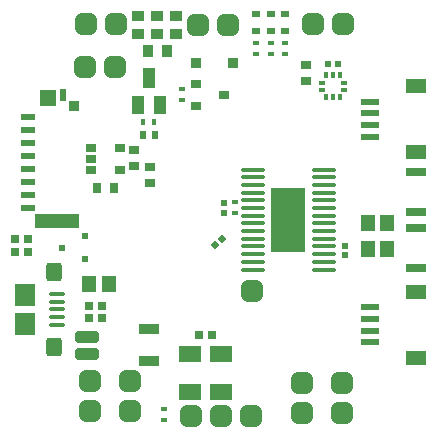
<source format=gtp>
G04 Layer_Color=7318015*
%FSLAX25Y25*%
%MOIN*%
G70*
G01*
G75*
G04:AMPARAMS|DCode=10|XSize=70.87mil|YSize=70.87mil|CornerRadius=17.72mil|HoleSize=0mil|Usage=FLASHONLY|Rotation=0.000|XOffset=0mil|YOffset=0mil|HoleType=Round|Shape=RoundedRectangle|*
%AMROUNDEDRECTD10*
21,1,0.07087,0.03543,0,0,0.0*
21,1,0.03543,0.07087,0,0,0.0*
1,1,0.03543,0.01772,-0.01772*
1,1,0.03543,-0.01772,-0.01772*
1,1,0.03543,-0.01772,0.01772*
1,1,0.03543,0.01772,0.01772*
%
%ADD10ROUNDEDRECTD10*%
%ADD11R,0.04921X0.02362*%
%ADD12R,0.14921X0.04724*%
%ADD13R,0.05512X0.05709*%
%ADD14R,0.02362X0.03937*%
%ADD15R,0.03347X0.03740*%
%ADD16R,0.06102X0.02362*%
%ADD17R,0.07087X0.04724*%
%ADD18R,0.04528X0.05315*%
%ADD19R,0.02165X0.01772*%
%ADD20R,0.02047X0.02047*%
%ADD21P,0.02895X4X180.0*%
G04:AMPARAMS|DCode=22|XSize=39.37mil|YSize=78.74mil|CornerRadius=9.84mil|HoleSize=0mil|Usage=FLASHONLY|Rotation=270.000|XOffset=0mil|YOffset=0mil|HoleType=Round|Shape=RoundedRectangle|*
%AMROUNDEDRECTD22*
21,1,0.03937,0.05906,0,0,270.0*
21,1,0.01969,0.07874,0,0,270.0*
1,1,0.01969,-0.02953,-0.00984*
1,1,0.01969,-0.02953,0.00984*
1,1,0.01969,0.02953,0.00984*
1,1,0.01969,0.02953,-0.00984*
%
%ADD22ROUNDEDRECTD22*%
%ADD23R,0.01969X0.01378*%
%ADD24R,0.01378X0.01969*%
%ADD25R,0.07087X0.07480*%
G04:AMPARAMS|DCode=26|XSize=62.99mil|YSize=55.12mil|CornerRadius=13.78mil|HoleSize=0mil|Usage=FLASHONLY|Rotation=270.000|XOffset=0mil|YOffset=0mil|HoleType=Round|Shape=RoundedRectangle|*
%AMROUNDEDRECTD26*
21,1,0.06299,0.02756,0,0,270.0*
21,1,0.03543,0.05512,0,0,270.0*
1,1,0.02756,-0.01378,-0.01772*
1,1,0.02756,-0.01378,0.01772*
1,1,0.02756,0.01378,0.01772*
1,1,0.02756,0.01378,-0.01772*
%
%ADD26ROUNDEDRECTD26*%
%ADD27O,0.05315X0.01575*%
G04:AMPARAMS|DCode=29|XSize=70.87mil|YSize=70.87mil|CornerRadius=17.72mil|HoleSize=0mil|Usage=FLASHONLY|Rotation=270.000|XOffset=0mil|YOffset=0mil|HoleType=Round|Shape=RoundedRectangle|*
%AMROUNDEDRECTD29*
21,1,0.07087,0.03543,0,0,270.0*
21,1,0.03543,0.07087,0,0,270.0*
1,1,0.03543,-0.01772,-0.01772*
1,1,0.03543,-0.01772,0.01772*
1,1,0.03543,0.01772,0.01772*
1,1,0.03543,0.01772,-0.01772*
%
%ADD29ROUNDEDRECTD29*%
%ADD30R,0.03543X0.02756*%
%ADD31R,0.02047X0.02047*%
%ADD32R,0.03937X0.03543*%
%ADD33R,0.03543X0.03937*%
%ADD34R,0.03150X0.02362*%
%ADD35R,0.03150X0.02362*%
%ADD36R,0.02559X0.02953*%
%ADD37R,0.11811X0.21654*%
%ADD38O,0.07874X0.01575*%
%ADD39R,0.07480X0.05315*%
%ADD40R,0.04528X0.05512*%
%ADD41R,0.06693X0.03150*%
%ADD42R,0.03543X0.02559*%
%ADD43R,0.02756X0.03543*%
%ADD44R,0.02165X0.02559*%
%ADD45R,0.01772X0.02165*%
%ADD46R,0.03937X0.06693*%
%ADD47R,0.03937X0.05906*%
%ADD48R,0.02953X0.02559*%
%ADD49R,0.03740X0.02559*%
%ADD50R,0.03543X0.03740*%
%ADD51R,0.06693X0.03740*%
%ADD95R,0.02362X0.01969*%
D10*
X81890Y47244D02*
D03*
X73976Y135925D02*
D03*
X63976D02*
D03*
X26516Y136319D02*
D03*
X36516D02*
D03*
X112264D02*
D03*
X102264D02*
D03*
X81555Y5610D02*
D03*
X71555D02*
D03*
X61555D02*
D03*
X36279Y121949D02*
D03*
X26280D02*
D03*
D11*
X7185Y105217D02*
D03*
Y100886D02*
D03*
Y96555D02*
D03*
Y92224D02*
D03*
Y87894D02*
D03*
Y83563D02*
D03*
Y79232D02*
D03*
Y74902D02*
D03*
D12*
X16949Y70374D02*
D03*
D13*
X13976Y111614D02*
D03*
D14*
X18898Y112500D02*
D03*
D15*
X22736Y108858D02*
D03*
D16*
X121186Y110335D02*
D03*
Y106398D02*
D03*
X121235Y102461D02*
D03*
Y98524D02*
D03*
X121334Y30020D02*
D03*
Y33957D02*
D03*
X121284Y37894D02*
D03*
Y41831D02*
D03*
D17*
X136492Y115453D02*
D03*
Y93405D02*
D03*
X136591Y24902D02*
D03*
Y46949D02*
D03*
D18*
X34350Y49508D02*
D03*
X27461D02*
D03*
D19*
X76279Y76673D02*
D03*
Y73130D02*
D03*
X92815Y129823D02*
D03*
Y126279D02*
D03*
X83366Y129823D02*
D03*
Y126279D02*
D03*
X88091Y129823D02*
D03*
Y126279D02*
D03*
X52559Y4331D02*
D03*
Y7874D02*
D03*
X58661Y114370D02*
D03*
Y110827D02*
D03*
D20*
X112894Y62303D02*
D03*
Y59153D02*
D03*
X72736Y76476D02*
D03*
Y73327D02*
D03*
D21*
X69654Y62371D02*
D03*
X71881Y64598D02*
D03*
D22*
X27067Y31988D02*
D03*
Y26083D02*
D03*
D23*
X105335Y116633D02*
D03*
Y114271D02*
D03*
X112579D02*
D03*
Y116633D02*
D03*
D24*
X106595Y111830D02*
D03*
X108957D02*
D03*
X111319D02*
D03*
Y119074D02*
D03*
X108957D02*
D03*
X106595D02*
D03*
D25*
X6398Y36319D02*
D03*
Y45768D02*
D03*
D26*
X16043Y28445D02*
D03*
Y53642D02*
D03*
D27*
X16929Y41043D02*
D03*
Y43602D02*
D03*
Y46161D02*
D03*
Y35925D02*
D03*
Y38484D02*
D03*
D29*
X41142Y7028D02*
D03*
Y17028D02*
D03*
X98524Y6634D02*
D03*
Y16634D02*
D03*
X27854Y7028D02*
D03*
Y17028D02*
D03*
X112008Y6535D02*
D03*
Y16535D02*
D03*
D30*
X99902Y122539D02*
D03*
Y117028D02*
D03*
X42520Y94193D02*
D03*
Y88681D02*
D03*
X47933Y88583D02*
D03*
Y83071D02*
D03*
D31*
X110531Y122933D02*
D03*
X107382D02*
D03*
D32*
X56721Y132677D02*
D03*
Y138976D02*
D03*
X43996Y132677D02*
D03*
Y138976D02*
D03*
X50358Y132677D02*
D03*
Y138976D02*
D03*
D33*
X53508Y127083D02*
D03*
X47209D02*
D03*
D34*
X88091Y139567D02*
D03*
Y133858D02*
D03*
X92815Y139567D02*
D03*
Y133858D02*
D03*
D35*
X83366D02*
D03*
Y139567D02*
D03*
D36*
X27657Y42224D02*
D03*
X31988D02*
D03*
X27657Y38287D02*
D03*
X31988D02*
D03*
X64272Y32579D02*
D03*
X68602D02*
D03*
D37*
X93996Y70965D02*
D03*
D38*
X82185Y87599D02*
D03*
Y85039D02*
D03*
Y82480D02*
D03*
Y79921D02*
D03*
Y77362D02*
D03*
Y74803D02*
D03*
Y72244D02*
D03*
Y69685D02*
D03*
Y67126D02*
D03*
Y64567D02*
D03*
Y62008D02*
D03*
Y59449D02*
D03*
Y56890D02*
D03*
Y54331D02*
D03*
X105807Y87599D02*
D03*
Y85039D02*
D03*
Y82480D02*
D03*
Y79921D02*
D03*
Y77362D02*
D03*
Y74803D02*
D03*
Y72244D02*
D03*
Y69685D02*
D03*
Y67126D02*
D03*
Y64567D02*
D03*
Y62008D02*
D03*
Y59449D02*
D03*
Y56890D02*
D03*
Y54331D02*
D03*
D39*
X71555Y13484D02*
D03*
Y26083D02*
D03*
X61319Y13484D02*
D03*
Y26083D02*
D03*
D40*
X126870Y69980D02*
D03*
Y61319D02*
D03*
X120571Y69980D02*
D03*
Y61319D02*
D03*
D41*
X136417Y86811D02*
D03*
Y73425D02*
D03*
Y68209D02*
D03*
Y54823D02*
D03*
D42*
X37795Y94882D02*
D03*
Y87402D02*
D03*
X28346D02*
D03*
Y91142D02*
D03*
Y94882D02*
D03*
D43*
X30315Y81398D02*
D03*
X35827D02*
D03*
D44*
X45571Y99114D02*
D03*
X49508D02*
D03*
D45*
X49213Y103347D02*
D03*
X45669D02*
D03*
D46*
X47539Y118012D02*
D03*
D47*
X51279Y109252D02*
D03*
X43799D02*
D03*
D48*
X7087Y64468D02*
D03*
Y60138D02*
D03*
X2854Y64468D02*
D03*
Y60138D02*
D03*
D49*
X72441Y112500D02*
D03*
X63386Y108760D02*
D03*
Y116240D02*
D03*
D50*
X63189Y123130D02*
D03*
X75590D02*
D03*
D51*
X47736Y34449D02*
D03*
Y23819D02*
D03*
D95*
X26378Y65354D02*
D03*
Y57874D02*
D03*
X18504Y61614D02*
D03*
M02*

</source>
